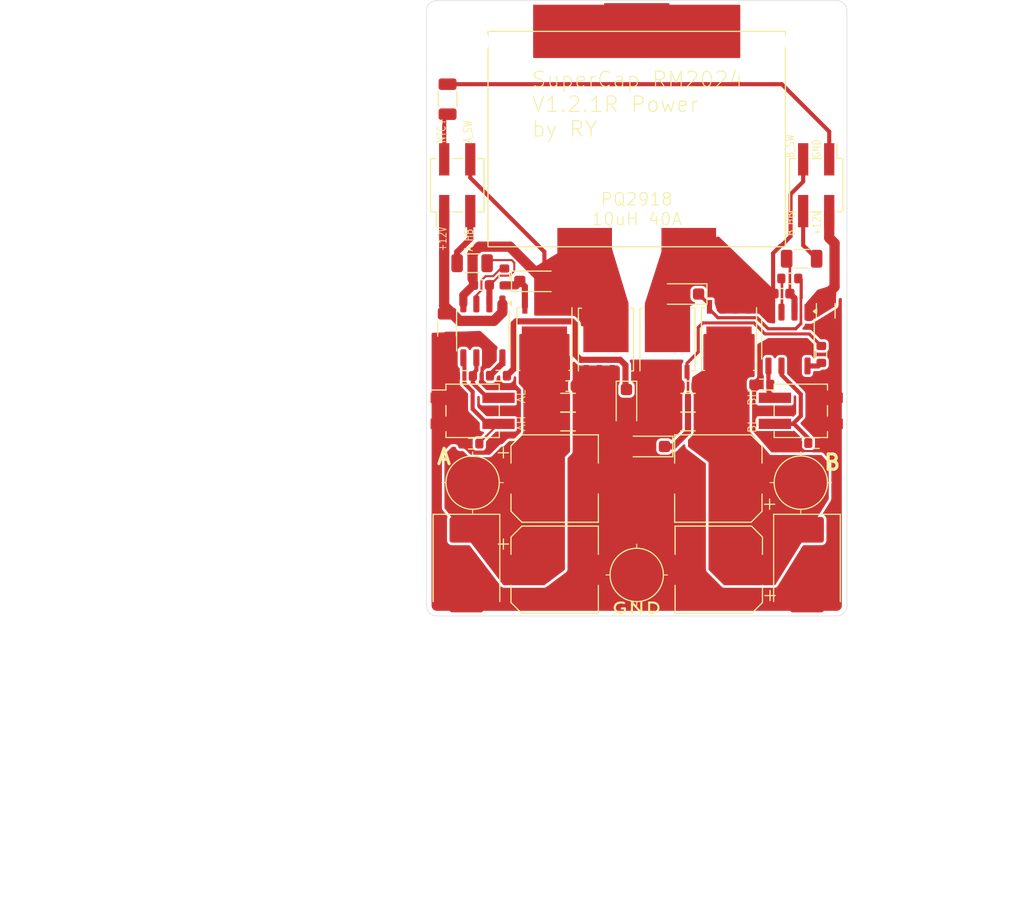
<source format=kicad_pcb>
(kicad_pcb (version 20240108) (generator "pcbnew") (generator_version "8.0")
  (layers (0 "F.Cu" signal) (31 "B.Cu" signal) (34 "B.Paste" user) (35 "F.Paste" user) (36 "B.SilkS" user "B.Silkscreen") (37 "F.SilkS" user "F.Silkscreen") (38 "B.Mask" user) (39 "F.Mask" user) (44 "Edge.Cuts" user))
  (net 0 "")
  (net 1 "/A_SW")
  (net 2 "Net-(U1-HB)")
  (net 3 "GND")
  (net 4 "A_POWER")
  (net 5 "B_POWER")
  (net 6 "+12V")
  (net 7 "Net-(U2-HB)")
  (net 8 "/B_SW")
  (net 9 "/A_HG")
  (net 10 "/B_HG")
  (net 11 "/A_LG")
  (net 12 "/B_LG")
  (net 13 "/A_LI")
  (net 14 "/A_HI")
  (net 15 "/B_HI")
  (net 16 "/B_LI")
  (net 17 "/A_HB")
  (net 18 "/B_HB")
  (net 19 "NTC")
  (net 20 "GND1")
  (net 21 "Net-(U1-HO)")
  (net 22 "Net-(U1-LO)")
  (net 23 "Net-(U2-HO)")
  (net 24 "Net-(U2-LO)")
  (net 25 "GND2")
  (footprint "Capacitor_SMD:C_1206_3216Metric" (layer "F.Cu") (at 190.00695 100.207596)
    (property "Reference" "C12" (hide yes))
    (property "Value" "10u")
    (pad "1" smd roundrect (at -1.475 0) (size 1.15 1.8) (layers "F.Cu" "F.Paste" "F.Mask") (roundrect_rratio 0.217391) (net 3 "GND"))
    (pad "2" smd roundrect (at 1.475 0) (size 1.15 1.8) (layers "F.Cu" "F.Paste" "F.Mask") (roundrect_rratio 0.217391) (net 5 "B_POWER"))
  )
  (footprint "Resistor_SMD:R_0603_1608Metric" (layer "F.Cu") (at 199.924536 88.094533)
    (property "Reference" "R5" (hide yes))
    (property "Value" "3.3r")
    (pad "1" smd roundrect (at -0.825 0) (size 0.8 0.95) (layers "F.Cu" "F.Paste" "F.Mask") (net 23 "Net-(U2-HO)"))
    (pad "2" smd roundrect (at 0.825 0) (size 0.8 0.95) (layers "F.Cu" "F.Paste" "F.Mask") (net 10 "/B_HG"))
  )
  (footprint "Resistor_SMD:R_0603_1608Metric" (layer "F.Cu") (at 203 95.5 90)
    (property "Reference" "R6" (hide yes))
    (property "Value" "3.3r")
    (pad "1" smd roundrect (at -0.825 0 90) (size 0.8 0.95) (layers "F.Cu" "F.Paste" "F.Mask") (net 24 "Net-(U2-LO)"))
    (pad "2" smd roundrect (at 0.825 0 90) (size 0.8 0.95) (layers "F.Cu" "F.Paste" "F.Mask") (net 12 "/B_LG"))
  )
  (footprint "Diode_SMD:D_SOD-123F" (layer "F.Cu") (at 184 100.321761 -90)
    (property "Reference" "D5" (hide yes))
    (property "Value" "SMF10A")
    (pad "1" smd roundrect (at -1.4 0 270) (size 1.1 1.1) (layers "F.Cu" "F.Paste" "F.Mask") (roundrect_rratio 0.2272727273) (net 11 "/A_LG"))
    (pad "2" smd roundrect (at 1.4 0 270) (size 1.1 1.1) (layers "F.Cu" "F.Paste" "F.Mask") (roundrect_rratio 0.2272727273) (net 3 "GND"))
  )
  (footprint "Capacitor_SMD:C_0603_1608Metric" (layer "F.Cu") (at 199.161858 89.571205 180)
    (property "Reference" "C13" (hide yes))
    (property "Value" "10u")
    (pad "1" smd roundrect (at -0.775 0 180) (size 0.9 0.95) (layers "F.Cu" "F.Paste" "F.Mask") (net 7 "Net-(U2-HB)"))
    (pad "2" smd roundrect (at 0.775 0 180) (size 0.9 0.95) (layers "F.Cu" "F.Paste" "F.Mask") (net 8 "/B_SW"))
  )
  (footprint "Connector_PinHeader_2.54mm:PinHeader_2x02_P2.54mm_Vertical_SMD" (layer "F.Cu") (at 167.5 79 90)
    (property "Reference" "J1" (hide yes))
    (property "Value" "Conn_02x02_Odd_Even")
    (pad "1" smd rect (at -2.525 -1.27 90) (size 3.15 1) (layers "F.Cu" "F.Paste" "F.Mask") (net 6 "+12V"))
    (pad "2" smd rect (at 2.525 -1.27 90) (size 3.15 1) (layers "F.Cu" "F.Paste" "F.Mask") (net 19 "NTC"))
    (pad "3" smd rect (at -2.525 1.27 90) (size 3.15 1) (layers "F.Cu" "F.Paste" "F.Mask") (net 17 "/A_HB"))
    (pad "4" smd rect (at 2.525 1.27 90) (size 3.15 1) (layers "F.Cu" "F.Paste" "F.Mask") (net 1 "/A_SW"))
  )
  (footprint "Capacitor_SMD:C_0603_1608Metric" (layer "F.Cu") (at 178.233187 98.586719 180)
    (property "Reference" "C7" (hide yes))
    (property "Value" "100n")
    (pad "1" smd roundrect (at -0.775 0 180) (size 0.9 0.95) (layers "F.Cu" "F.Paste" "F.Mask") (net 3 "GND"))
    (pad "2" smd roundrect (at 0.775 0 180) (size 0.9 0.95) (layers "F.Cu" "F.Paste" "F.Mask") (net 4 "A_POWER"))
  )
  (footprint "Capacitor_SMD:C_1206_3216Metric" (layer "F.Cu") (at 203.431917 91.250316 -90)
    (property "Reference" "C14" (hide yes))
    (property "Value" "10u")
    (pad "1" smd roundrect (at -1.475 0 270) (size 1.15 1.8) (layers "F.Cu" "F.Paste" "F.Mask") (roundrect_rratio 0.217391) (net 6 "+12V"))
    (pad "2" smd roundrect (at 1.475 0 270) (size 1.15 1.8) (layers "F.Cu" "F.Paste" "F.Mask") (roundrect_rratio 0.217391) (net 3 "GND"))
  )
  (footprint "Resistor_SMD:R_0603_1608Metric" (layer "F.Cu") (at 171.517906 97.574167)
    (property "Reference" "R4" (hide yes))
    (property "Value" "3.3r")
    (pad "1" smd roundrect (at -0.825 0) (size 0.8 0.95) (layers "F.Cu" "F.Paste" "F.Mask") (net 22 "Net-(U1-LO)"))
    (pad "2" smd roundrect (at 0.825 0) (size 0.8 0.95) (layers "F.Cu" "F.Paste" "F.Mask") (net 11 "/A_LG"))
  )
  (footprint "Capacitor_SMD:C_0603_1608Metric" (layer "F.Cu") (at 190 98.6)
    (property "Reference" "C8" (hide yes))
    (property "Value" "100n")
    (pad "1" smd roundrect (at -0.775 0) (size 0.9 0.95) (layers "F.Cu" "F.Paste" "F.Mask") (net 3 "GND"))
    (pad "2" smd roundrect (at 0.775 0) (size 0.9 0.95) (layers "F.Cu" "F.Paste" "F.Mask") (net 5 "B_POWER"))
  )
  (footprint "Resistor_SMD:R_1206_3216Metric" (layer "F.Cu") (at 168.951373 86.605222 180)
    (property "Reference" "R1" (hide yes))
    (property "Value" "120r")
    (pad "1" smd roundrect (at -1.4625 0 180) (size 1.125 1.75) (layers "F.Cu" "F.Paste" "F.Mask") (roundrect_rratio 0.222222) (net 2 "Net-(U1-HB)"))
    (pad "2" smd roundrect (at 1.4625 0 180) (size 1.125 1.75) (layers "F.Cu" "F.Paste" "F.Mask") (roundrect_rratio 0.222222) (net 17 "/A_HB"))
  )
  (footprint "Package_SO:SOP-8_3.9x4.9mm_P1.27mm" (layer "F.Cu") (at 170 93.199999 -90)
    (property "Reference" "U1" (hide yes))
    (property "Value" "UCC27201ADR")
    (pad "1" smd roundrect (at -2.625 -1.905 270) (size 1.65 0.6) (layers "F.Cu" "F.Paste" "F.Mask") (net 6 "+12V"))
    (pad "2" smd roundrect (at -2.625 -0.635 270) (size 1.65 0.6) (layers "F.Cu" "F.Paste" "F.Mask") (net 2 "Net-(U1-HB)"))
    (pad "3" smd roundrect (at -2.625 0.635 270) (size 1.65 0.6) (layers "F.Cu" "F.Paste" "F.Mask") (net 21 "Net-(U1-HO)"))
    (pad "4" smd roundrect (at -2.625 1.905 270) (size 1.65 0.6) (layers "F.Cu" "F.Paste" "F.Mask") (net 1 "/A_SW"))
    (pad "5" smd roundrect (at 2.625 1.905 270) (size 1.65 0.6) (layers "F.Cu" "F.Paste" "F.Mask") (net 14 "/A_HI"))
    (pad "6" smd roundrect (at 2.625 0.635 270) (size 1.65 0.6) (layers "F.Cu" "F.Paste" "F.Mask") (net 13 "/A_LI"))
    (pad "7" smd roundrect (at 2.625 -0.635 270) (size 1.65 0.6) (layers "F.Cu" "F.Paste" "F.Mask") (net 3 "GND"))
    (pad "8" smd roundrect (at 2.625 -1.905 270) (size 1.65 0.6) (layers "F.Cu" "F.Paste" "F.Mask") (net 22 "Net-(U1-LO)"))
  )
  (footprint "MountingHole:MountingHole_3.2mm_M3" (layer "F.Cu") (at 201 65)
    (property "Reference" "H2" (hide yes))
    (property "Value" "MountingHole")
    (pad "" np_thru_hole circle (at 0 0) (size 3.2 3.2) (drill 3.2) (layers "*.Cu" "*.Mask"))
  )
  (footprint "Diode_SMD:D_SOD-123F" (layer "F.Cu") (at 186.307765 104.475143 180)
    (property "Reference" "D6" (hide yes))
    (property "Value" "SMF10A")
    (pad "1" smd roundrect (at -1.4 0 180) (size 1.1 1.1) (layers "F.Cu" "F.Paste" "F.Mask") (roundrect_rratio 0.2272727273) (net 12 "/B_LG"))
    (pad "2" smd roundrect (at 1.4 0 180) (size 1.1 1.1) (layers "F.Cu" "F.Paste" "F.Mask") (roundrect_rratio 0.2272727273) (net 3 "GND"))
  )
  (footprint "Capacitor_SMD:CP_Elec_8x10" (layer "F.Cu") (at 192.9575 107.6 180)
    (property "Reference" "C3" (hide yes))
    (property "Value" "220u")
    (pad "1" smd roundrect (at -3.25 0 180) (size 3.5 2.5) (layers "F.Cu" "F.Paste" "F.Mask") (roundrect_rratio 0.1) (net 5 "B_POWER"))
    (pad "2" smd roundrect (at 3.25 0 180) (size 3.5 2.5) (layers "F.Cu" "F.Paste" "F.Mask") (roundrect_rratio 0.1) (net 3 "GND"))
  )
  (footprint "MountingHole:MountingHole_3.2mm_M3" (layer "F.Cu") (at 169 65)
    (property "Reference" "H5" (hide yes))
    (property "Value" "MountingHole")
    (pad "" np_thru_hole circle (at 0 0) (size 3.2 3.2) (drill 3.2) (layers "*.Cu" "*.Mask"))
  )
  (footprint "Diode_SMD:D_SMC" (layer "F.Cu") (at 168.4 116 -90)
    (property "Reference" "D1" (hide yes))
    (property "Value" "TVS")
    (pad "1" smd roundrect (at -3.4 0) (size 3.3 2.5) (layers "F.Cu" "F.Paste" "F.Mask") (roundrect_rratio 0.1) (net 4 "A_POWER"))
    (pad "2" smd roundrect (at 3.4 0) (size 3.3 2.5) (layers "F.Cu" "F.Paste" "F.Mask") (roundrect_rratio 0.1) (net 3 "GND"))
  )
  (footprint "Resistor_SMD:R_0603_1608Metric" (layer "F.Cu") (at 202.555959 104.143563)
    (property "Reference" "R10" (hide yes))
    (property "Value" "10k")
    (pad "1" smd roundrect (at -0.825 0) (size 0.8 0.95) (layers "F.Cu" "F.Paste" "F.Mask") (net 16 "/B_LI"))
    (pad "2" smd roundrect (at 0.825 0) (size 0.8 0.95) (layers "F.Cu" "F.Paste" "F.Mask") (net 3 "GND"))
  )
  (footprint "0_RM2024_HandSolder:TDSON-8-1_HandSolder" (layer "F.Cu") (at 176 94 -90)
    (property "Reference" "Q1" (hide yes))
    (property "Value" "BSC070N10NS3G")
    (pad "1" smd rect (at -3.1425 -1.905 270) (size 1.335 0.5) (layers "F.Cu" "F.Paste" "F.Mask") (net 1 "/A_SW"))
    (pad "2" smd rect (at -3.1425 -0.635 270) (size 1.335 0.5) (layers "F.Cu" "F.Paste" "F.Mask") (net 1 "/A_SW"))
    (pad "3" smd rect (at -3.1425 0.635 270) (size 1.335 0.5) (layers "F.Cu" "F.Paste" "F.Mask") (net 1 "/A_SW"))
    (pad "4" smd rect (at -3.1425 1.905 270) (size 1.335 0.5) (layers "F.Cu" "F.Paste" "F.Mask") (net 9 "/A_HG"))
    (pad "5" smd rect (at 1.05 0 270) (size 4.55 4.41) (layers "F.Cu") (net 4 "A_POWER"))
  )
  (footprint "Diode_SMD:D_SMC" (layer "F.Cu") (at 201.6 116 -90)
    (property "Reference" "D2" (hide yes))
    (property "Value" "TVS")
    (pad "1" smd roundrect (at -3.4 0) (size 3.3 2.5) (layers "F.Cu" "F.Paste" "F.Mask") (roundrect_rratio 0.1) (net 5 "B_POWER"))
    (pad "2" smd roundrect (at 3.4 0) (size 3.3 2.5) (layers "F.Cu" "F.Paste" "F.Mask") (roundrect_rratio 0.1) (net 3 "GND"))
  )
  (footprint "Connector_PinHeader_2.54mm:PinHeader_2x02_P2.54mm_Vertical_SMD" (layer "F.Cu") (at 169 101)
    (property "Reference" "J3" (hide yes))
    (property "Value" "Conn_02x02_Odd_Even")
    (pad "1" smd rect (at -2.525 -1.27) (size 3.15 1) (layers "F.Cu" "F.Paste" "F.Mask") (net 3 "GND"))
    (pad "2" smd rect (at 2.525 -1.27) (size 3.15 1) (layers "F.Cu" "F.Paste" "F.Mask") (net 13 "/A_LI"))
    (pad "3" smd rect (at -2.525 1.27) (size 3.15 1) (layers "F.Cu" "F.Paste" "F.Mask") (net 3 "GND"))
    (pad "4" smd rect (at 2.525 1.27) (size 3.15 1) (layers "F.Cu" "F.Paste" "F.Mask") (net 14 "/A_HI"))
  )
  (footprint "Capacitor_SMD:CP_Elec_8x10" (layer "F.Cu") (at 177 116.5)
    (property "Reference" "C5" (hide yes))
    (property "Value" "220u")
    (pad "1" smd roundrect (at -3.25 0) (size 3.5 2.5) (layers "F.Cu" "F.Paste" "F.Mask") (roundrect_rratio 0.1) (net 4 "A_POWER"))
    (pad "2" smd roundrect (at 3.25 0) (size 3.5 2.5) (layers "F.Cu" "F.Paste" "F.Mask") (roundrect_rratio 0.1) (net 3 "GND"))
  )
  (footprint "TestPoint:TestPoint_Pad_D4.0mm" (layer "F.Cu") (at 169 108)
    (property "Reference" "H3" (hide yes))
    (property "Value" "A")
    (pad "1" smd circle (at 0 0) (size 5 5) (layers "F.Cu" "F.Mask") (net 4 "A_POWER"))
  )
  (footprint "Diode_SMD:D_SOD-123F" (layer "F.Cu") (at 175 88.372771)
    (property "Reference" "D3" (hide yes))
    (property "Value" "SMF10A")
    (pad "1" smd roundrect (at -1.4 0) (size 1.1 1.1) (layers "F.Cu" "F.Paste" "F.Mask") (roundrect_rratio 0.2272727273) (net 9 "/A_HG"))
    (pad "2" smd roundrect (at 1.4 0) (size 1.1 1.1) (layers "F.Cu" "F.Paste" "F.Mask") (roundrect_rratio 0.2272727273) (net 1 "/A_SW"))
  )
  (footprint "Resistor_SMD:R_0603_1608Metric" (layer "F.Cu") (at 197.204472 98.434149 180)
    (property "Reference" "R9" (hide yes))
    (property "Value" "10k")
    (pad "1" smd roundrect (at -0.825 0 180) (size 0.8 0.95) (layers "F.Cu" "F.Paste" "F.Mask") (net 15 "/B_HI"))
    (pad "2" smd roundrect (at 0.825 0 180) (size 0.8 0.95) (layers "F.Cu" "F.Paste" "F.Mask") (net 3 "GND"))
  )
  (footprint "0_RM2024_HandSolder:TDSON-8-1_HandSolder" (layer "F.Cu") (at 188 94.05 90)
    (property "Reference" "Q4" (hide yes))
    (property "Value" "BSC070N10NS3G")
    (pad "1" smd rect (at -3.1425 -1.905 90) (size 1.335 0.5) (layers "F.Cu" "F.Paste" "F.Mask") (net 3 "GND"))
    (pad "2" smd rect (at -3.1425 -0.635 90) (size 1.335 0.5) (layers "F.Cu" "F.Paste" "F.Mask") (net 3 "GND"))
    (pad "3" smd rect (at -3.1425 0.635 90) (size 1.335 0.5) (layers "F.Cu" "F.Paste" "F.Mask") (net 3 "GND"))
    (pad "4" smd rect (at -3.1425 1.905 90) (size 1.335 0.5) (layers "F.Cu" "F.Paste" "F.Mask") (net 12 "/B_LG"))
    (pad "5" smd rect (at 1.05 0 90) (size 4.55 4.41) (layers "F.Cu") (net 8 "/B_SW"))
  )
  (footprint "Resistor_SMD:R_0603_1608Metric" (layer "F.Cu") (at 172.10111 87.944976 -90)
    (property "Reference" "R3" (hide yes))
    (property "Value" "3.3r")
    (pad "1" smd roundrect (at -0.825 0 270) (size 0.8 0.95) (layers "F.Cu" "F.Paste" "F.Mask") (net 21 "Net-(U1-HO)"))
    (pad "2" smd roundrect (at 0.825 0 270) (size 0.8 0.95) (layers "F.Cu" "F.Paste" "F.Mask") (net 9 "/A_HG"))
  )
  (footprint "Capacitor_SMD:CP_Elec_8x10" (layer "F.Cu") (at 177 107.6)
    (property "Reference" "C2" (hide yes))
    (property "Value" "220u")
    (pad "1" smd roundrect (at -3.25 0) (size 3.5 2.5) (layers "F.Cu" "F.Paste" "F.Mask") (roundrect_rratio 0.1) (net 4 "A_POWER"))
    (pad "2" smd roundrect (at 3.25 0) (size 3.5 2.5) (layers "F.Cu" "F.Paste" "F.Mask") (roundrect_rratio 0.1) (net 3 "GND"))
  )
  (footprint "Resistor_SMD:R_0603_1608Metric" (layer "F.Cu") (at 168.829945 104.19878 180)
    (property "Reference" "R8" (hide yes))
    (property "Value" "10k")
    (pad "1" smd roundrect (at -0.825 0 180) (size 0.8 0.95) (layers "F.Cu" "F.Paste" "F.Mask") (net 14 "/A_HI"))
    (pad "2" smd roundrect (at 0.825 0 180) (size 0.8 0.95) (layers "F.Cu" "F.Paste" "F.Mask") (net 3 "GND"))
  )
  (footprint "Resistor_SMD:R_1206_3216Metric" (layer "F.Cu") (at 166.556596 70.611391 90)
    (property "Reference" "TH1" (hide yes))
    (property "Value" "10k NTC")
    (pad "1" smd roundrect (at -1.4625 0 90) (size 1.125 1.75) (layers "F.Cu" "F.Paste" "F.Mask") (roundrect_rratio 0.222222) (net 19 "NTC"))
    (pad "2" smd roundrect (at 1.4625 0 90) (size 1.125 1.75) (layers "F.Cu" "F.Paste" "F.Mask") (roundrect_rratio 0.222222) (net 25 "GND2"))
  )
  (footprint "TestPoint:TestPoint_Pad_D4.0mm" (layer "F.Cu") (at 185 117)
    (property "Reference" "H1" (hide yes))
    (property "Value" "GND")
    (pad "1" smd circle (at 0 0) (size 5 5) (layers "F.Cu" "F.Mask") (net 3 "GND"))
  )
  (footprint "Resistor_SMD:R_0603_1608Metric" (layer "F.Cu") (at 168.2 97.6 180)
    (property "Reference" "R7" (hide yes))
    (property "Value" "10k")
    (pad "1" smd roundrect (at -0.825 0 180) (size 0.8 0.95) (layers "F.Cu" "F.Paste" "F.Mask") (net 13 "/A_LI"))
    (pad "2" smd roundrect (at 0.825 0 180) (size 0.8 0.95) (layers "F.Cu" "F.Paste" "F.Mask") (net 3 "GND"))
  )
  (footprint "Capacitor_SMD:C_1206_3216Metric" (layer "F.Cu") (at 166.5 93 -90)
    (property "Reference" "C4" (hide yes))
    (property "Value" "10u")
    (pad "1" smd roundrect (at -1.475 0 270) (size 1.15 1.8) (layers "F.Cu" "F.Paste" "F.Mask") (roundrect_rratio 0.217391) (net 6 "+12V"))
    (pad "2" smd roundrect (at 1.475 0 270) (size 1.15 1.8) (layers "F.Cu" "F.Paste" "F.Mask") (roundrect_rratio 0.217391) (net 3 "GND"))
  )
  (footprint "TestPoint:TestPoint_Pad_D4.0mm" (layer "F.Cu") (at 201 108)
    (property "Reference" "H4" (hide yes))
    (property "Value" "B")
    (pad "1" smd circle (at 0 0) (size 5 5) (layers "F.Cu" "F.Mask") (net 5 "B_POWER"))
  )
  (footprint "0_RM2024_HandSolder:TDSON-8-1_HandSolder" (layer "F.Cu") (at 194 94 -90)
    (property "Reference" "Q2" (hide yes))
    (property "Value" "BSC070N10NS3G")
    (pad "1" smd rect (at -3.1425 -1.905 270) (size 1.335 0.5) (layers "F.Cu" "F.Paste" "F.Mask") (net 8 "/B_SW"))
    (pad "2" smd rect (at -3.1425 -0.635 270) (size 1.335 0.5) (layers "F.Cu" "F.Paste" "F.Mask") (net 8 "/B_SW"))
    (pad "3" smd rect (at -3.1425 0.635 270) (size 1.335 0.5) (layers "F.Cu" "F.Paste" "F.Mask") (net 8 "/B_SW"))
    (pad "4" smd rect (at -3.1425 1.905 270) (size 1.335 0.5) (layers "F.Cu" "F.Paste" "F.Mask") (net 10 "/B_HG"))
    (pad "5" smd rect (at 1.05 0 270) (size 4.55 4.41) (layers "F.Cu") (net 5 "B_POWER"))
  )
  (footprint "0_RM2024:PQ2617BHA" (layer "F.Cu") (at 185 75)
    (property "Reference" "L1" (hide yes))
    (property "Value" "10u 40A" (hide yes))
    (pad "1" smd rect (at -5.075 10.5595) (size 5.33 4.789) (layers "F.Cu" "F.Paste" "F.Mask") (net 1 "/A_SW"))
    (pad "2" smd rect (at 5.075 10.5595) (size 5.33 4.789) (layers "F.Cu" "F.Paste" "F.Mask") (net 8 "/B_SW"))
    (pad "3" smd rect (at 0 -11.114 90) (size 5.28 6.35) (layers "F.Cu" "F.Paste" "F.Mask") (net 20 "GND1"))
  )
  (footprint "Capacitor_SMD:C_1206_3216Metric" (layer "F.Cu") (at 178.3 102.045622 180)
    (property "Reference" "C9" (hide yes))
    (property "Value" "10u")
    (pad "1" smd roundrect (at -1.475 0 180) (size 1.15 1.8) (layers "F.Cu" "F.Paste" "F.Mask") (roundrect_rratio 0.217391) (net 3 "GND"))
    (pad "2" smd roundrect (at 1.475 0 180) (size 1.15 1.8) (layers "F.Cu" "F.Paste" "F.Mask") (roundrect_rratio 0.217391) (net 4 "A_POWER"))
  )
  (footprint "0_RM2024_HandSolder:TDSON-8-1_HandSolder" (layer "F.Cu") (at 182 94.05 90)
    (property "Reference" "Q3" (hide yes))
    (property "Value" "BSC070N10NS3G")
    (pad "1" smd rect (at -3.1425 -1.905 90) (size 1.335 0.5) (layers "F.Cu" "F.Paste" "F.Mask") (net 3 "GND"))
    (pad "2" smd rect (at -3.1425 -0.635 90) (size 1.335 0.5) (layers "F.Cu" "F.Paste" "F.Mask") (net 3 "GND"))
    (pad "3" smd rect (at -3.1425 0.635 90) (size 1.335 0.5) (layers "F.Cu" "F.Paste" "F.Mask") (net 3 "GND"))
    (pad "4" smd rect (at -3.1425 1.905 90) (size 1.335 0.5) (layers "F.Cu" "F.Paste" "F.Mask") (net 11 "/A_LG"))
    (pad "5" smd rect (at 1.05 0 90) (size 4.55 4.41) (layers "F.Cu") (net 1 "/A_SW"))
  )
  (footprint "Capacitor_SMD:CP_Elec_8x10" (layer "F.Cu") (at 193 116.5 180)
    (property "Reference" "C6" (hide yes))
    (property "Value" "220u")
    (pad "1" smd roundrect (at -3.25 0 180) (size 3.5 2.5) (layers "F.Cu" "F.Paste" "F.Mask") (roundrect_rratio 0.1) (net 5 "B_POWER"))
    (pad "2" smd roundrect (at 3.25 0 180) (size 3.5 2.5) (layers "F.Cu" "F.Paste" "F.Mask") (roundrect_rratio 0.1) (net 3 "GND"))
  )
  (footprint "Package_SO:SOP-8_3.9x4.9mm_P1.27mm" (layer "F.Cu") (at 199.75 94 -90)
    (property "Reference" "U2" (hide yes))
    (property "Value" "UCC27201ADR")
    (pad "1" smd roundrect (at -2.625 -1.905 270) (size 1.65 0.6) (layers "F.Cu" "F.Paste" "F.Mask") (net 6 "+12V"))
    (pad "2" smd roundrect (at -2.625 -0.635 270) (size 1.65 0.6) (layers "F.Cu" "F.Paste" "F.Mask") (net 7 "Net-(U2-HB)"))
    (pad "3" smd roundrect (at -2.625 0.635 270) (size 1.65 0.6) (layers "F.Cu" "F.Paste" "F.Mask") (net 23 "Net-(U2-HO)"))
    (pad "4" smd roundrect (at -2.625 1.905 270) (size 1.65 0.6) (layers "F.Cu" "F.Paste" "F.Mask") (net 8 "/B_SW"))
    (pad "5" smd roundrect (at 2.625 1.905 270) (size 1.65 0.6) (layers "F.Cu" "F.Paste" "F.Mask") (net 15 "/B_HI"))
    (pad "6" smd roundrect (at 2.625 0.635 270) (size 1.65 0.6) (layers "F.Cu" "F.Paste" "F.Mask") (net 16 "/B_LI"))
    (pad "7" smd roundrect (at 2.625 -0.635 270) (size 1.65 0.6) (layers "F.Cu" "F.Paste" "F.Mask") (net 3 "GND"))
    (pad "8" smd roundrect (at 2.625 -1.905 270) (size 1.65 0.6) (layers "F.Cu" "F.Paste" "F.Mask") (net 24 "Net-(U2-LO)"))
  )
  (footprint "Capacitor_SMD:C_0603_1608Metric" (layer "F.Cu") (at 169.859928 88.731982 180)
    (property "Reference" "C1" (hide yes))
    (property "Value" "10u")
    (pad "1" smd roundrect (at -0.775 0 180) (size 0.9 0.95) (layers "F.Cu" "F.Paste" "F.Mask") (net 2 "Net-(U1-HB)"))
    (pad "2" smd roundrect (at 0.775 0 180) (size 0.9 0.95) (layers "F.Cu" "F.Paste" "F.Mask") (net 1 "/A_SW"))
  )
  (footprint "Capacitor_SMD:C_1206_3216Metric" (layer "F.Cu") (at 190.002316 102.03614)
    (property "Reference" "C10" (hide yes))
    (property "Value" "10u")
    (pad "1" smd roundrect (at -1.475 0) (size 1.15 1.8) (layers "F.Cu" "F.Paste" "F.Mask") (roundrect_rratio 0.217391) (net 3 "GND"))
    (pad "2" smd roundrect (at 1.475 0) (size 1.15 1.8) (layers "F.Cu" "F.Paste" "F.Mask") (roundrect_rratio 0.217391) (net 5 "B_POWER"))
  )
  (footprint "Connector_PinHeader_2.54mm:PinHeader_2x02_P2.54mm_Vertical_SMD" (layer "F.Cu") (at 201 101)
    (property "Reference" "J4" (hide yes))
    (property "Value" "Conn_02x02_Odd_Even")
    (pad "1" smd rect (at -2.525 -1.27) (size 3.15 1) (layers "F.Cu" "F.Paste" "F.Mask") (net 15 "/B_HI"))
    (pad "2" smd rect (at 2.525 -1.27) (size 3.15 1) (layers "F.Cu" "F.Paste" "F.Mask") (net 3 "GND"))
    (pad "3" smd rect (at -2.525 1.27) (size 3.15 1) (layers "F.Cu" "F.Paste" "F.Mask") (net 16 "/B_LI"))
    (pad "4" smd rect (at 2.525 1.27) (size 3.15 1) (layers "F.Cu" "F.Paste" "F.Mask") (net 3 "GND"))
  )
  (footprint "Connector_PinHeader_2.54mm:PinHeader_2x02_P2.54mm_Vertical_SMD" (layer "F.Cu") (at 202.5 79 -90)
    (property "Reference" "J2" (hide yes))
    (property "Value" "Conn_02x02_Odd_Even")
    (pad "1" smd rect (at -2.525 -1.27 270) (size 3.15 1) (layers "F.Cu" "F.Paste" "F.Mask") (net 25 "GND2"))
    (pad "2" smd rect (at 2.525 -1.27 270) (size 3.15 1) (layers "F.Cu" "F.Paste" "F.Mask") (net 6 "+12V"))
    (pad "3" smd rect (at -2.525 1.27 270) (size 3.15 1) (layers "F.Cu" "F.Paste" "F.Mask") (net 8 "/B_SW"))
    (pad "4" smd rect (at 2.525 1.27 270) (size 3.15 1) (layers "F.Cu" "F.Paste" "F.Mask") (net 18 "/B_HB"))
  )
  (footprint "Capacitor_SMD:C_1206_3216Metric" (layer "F.Cu") (at 178.3 100.2 180)
    (property "Reference" "C11" (hide yes))
    (property "Value" "10u")
    (pad "1" smd roundrect (at -1.475 0 180) (size 1.15 1.8) (layers "F.Cu" "F.Paste" "F.Mask") (roundrect_rratio 0.217391) (net 3 "GND"))
    (pad "2" smd roundrect (at 1.475 0 180) (size 1.15 1.8) (layers "F.Cu" "F.Paste" "F.Mask") (roundrect_rratio 0.217391) (net 4 "A_POWER"))
  )
  (footprint "Resistor_SMD:R_1206_3216Metric" (layer "F.Cu") (at 201.082471 86.172394)
    (property "Reference" "R2" (hide yes))
    (property "Value" "120r")
    (pad "1" smd roundrect (at -1.4625 0) (size 1.125 1.75) (layers "F.Cu" "F.Paste" "F.Mask") (roundrect_rratio 0.222222) (net 7 "Net-(U2-HB)"))
    (pad "2" smd roundrect (at 1.4625 0) (size 1.125 1.75) (layers "F.Cu" "F.Paste" "F.Mask") (roundrect_rratio 0.222222) (net 18 "/B_HB"))
  )
  (footprint "Diode_SMD:D_SOD-123F" (layer "F.Cu") (at 189.635955 89.61031 180)
    (property "Reference" "D4" (hide yes))
    (property "Value" "SMF10A")
    (pad "1" smd roundrect (at -1.399999 0 180) (size 1.1 1.1) (layers "F.Cu" "F.Paste" "F.Mask") (roundrect_rratio 0.2272727273) (net 10 "/B_HG"))
    (pad "2" smd roundrect (at 1.399999 0 180) (size 1.1 1.1) (layers "F.Cu" "F.Paste" "F.Mask") (roundrect_rratio 0.2272727273) (net 8 "/B_SW"))
  )
  (gr_rect (start 175 61.5) (end 195 66.5) (stroke (width 0.2)) (fill solid) (layer "F.Cu") (net 20))
  (gr_line (start 201 110.6) (end 201 111) (stroke (width 0.1)) (layer "F.SilkS"))
  (gr_line (start 187.6 117) (end 188 117) (stroke (width 0.1)) (layer "F.SilkS"))
  (gr_line (start 185 114.4) (end 185 114) (stroke (width 0.1)) (layer "F.SilkS"))
  (gr_line (start 201 105.4) (end 201 105) (stroke (width 0.1)) (layer "F.SilkS"))
  (gr_line (start 182.4 117) (end 182 117) (stroke (width 0.1)) (layer "F.SilkS"))
  (gr_line (start 198.4 108) (end 198 108) (stroke (width 0.1)) (layer "F.SilkS"))
  (gr_line (start 185 119.6) (end 185 120) (stroke (width 0.1)) (layer "F.SilkS"))
  (gr_line (start 171.6 108) (end 172 108) (stroke (width 0.1)) (layer "F.SilkS"))
  (gr_line (start 169 105.4) (end 169 105) (stroke (width 0.1)) (layer "F.SilkS"))
  (gr_line (start 203.6 108) (end 204 108) (stroke (width 0.1)) (layer "F.SilkS"))
  (gr_line (start 169 110.6) (end 169 111) (stroke (width 0.1)) (layer "F.SilkS"))
  (gr_line (start 166.4 108) (end 166 108) (stroke (width 0.1)) (layer "F.SilkS"))
  (gr_line (start 204.5 121) (end 165.5 121) (stroke (width 0.05)) (layer "Edge.Cuts"))
  (gr_arc (start 205.5 120) (mid 205.207107 120.707107) (end 204.5 121) (stroke (width 0.05)) (layer "Edge.Cuts"))
  (gr_line (start 164.5 120) (end 164.5 62) (stroke (width 0.05)) (layer "Edge.Cuts"))
  (gr_arc (start 165.5 121) (mid 164.792893 120.707107) (end 164.5 120) (stroke (width 0.05)) (layer "Edge.Cuts"))
  (gr_line (start 165.5 61) (end 204.5 61) (stroke (width 0.05)) (layer "Edge.Cuts"))
  (gr_arc (start 204.5 61) (mid 205.207107 61.292893) (end 205.5 62) (stroke (width 0.05)) (layer "Edge.Cuts"))
  (gr_arc (start 164.5 62) (mid 164.792893 61.292893) (end 165.5 61) (stroke (width 0.05)) (layer "Edge.Cuts"))
  (gr_line (start 205.5 62) (end 205.5 120) (stroke (width 0.05)) (layer "Edge.Cuts"))
  (gr_text "BL  BH" (at 196.73191 103.228861 90) (layer "F.SilkS") (effects (font (size 0.8 0.8) (thickness 0.08)) (justify left bottom)))
  (gr_text "B" (at 203.113405 106.900609 0) (layer "F.SilkS") (effects (font (size 1.5 1.5) (thickness 0.3) (bold yes)) (justify left bottom)))
  (gr_text "GND" (at 184.992637 120.823938 0) (layer "F.SilkS") (effects (font (size 1 1.6) (thickness 0.2) (bold yes)) (justify bottom)))
  (gr_text "+12V\n\nA_HB" (at 169.09 85.5 90) (layer "F.SilkS") (effects (font (size 0.8 0.6) (thickness 0.08)) (justify left bottom)))
  (gr_text "AH  AL" (at 174.210904 103.05501 90) (layer "F.SilkS") (effects (font (size 0.8 0.8) (thickness 0.08)) (justify left bottom)))
  (gr_text "B_SW\n\nGND" (at 203.01 76.4 90) (layer "F.SilkS") (effects (font (size 0.8 0.6) (thickness 0.08)) (justify left bottom)))
  (gr_text "NTC+\n\nA_SW" (at 169 74.935003 90) (layer "F.SilkS") (effects (font (size 0.8 0.6) (thickness 0.08)) (justify left bottom)))
  (gr_text "B_HB\n\n+12V\n" (at 203.0294 84 90) (layer "F.SilkS") (effects (font (size 0.8 0.6) (thickness 0.08)) (justify left bottom)))
  (gr_text "A" (at 165.369984 106.353963 0) (layer "F.SilkS") (effects (font (size 1.5 1.5) (thickness 0.3) (bold yes)) (justify left bottom)))
  (gr_text "SuperCap RM2024\nV1.2.1R Power\nby RY" (at 174.7 74.4 0) (layer "F.SilkS") (effects (font (size 1.5 1.5) (thickness 0.1)) (justify left bottom)))
  (gr_text "PQ2918\n10uH 40A" (at 185 83 0) (layer "F.SilkS") (effects (font (size 1.2 1.2) (thickness 0.1)) (justify bottom)))
  (segment (start 168.095 89.72191) (end 168.095 90.574999) (width 0.8) (layer "F.Cu") (net 1))
  (segment (start 168.77 78.27) (end 176 85.5) (width 0.4) (layer "F.Cu") (net 1))
  (segment (start 177.512229 88.372771) (end 176.4 88.372771) (width 0.8) (layer "F.Cu") (net 1))
  (segment (start 168.99363 88.10137) (end 168.99363 85.657293) (width 1) (layer "F.Cu") (net 1))
  (segment (start 168.99363 85.657293) (end 169.659816 84.991107) (width 1) (layer "F.Cu") (net 1))
  (segment (start 169.084928 88.731982) (end 168.095 89.72191) (width 0.8) (layer "F.Cu") (net 1))
  (segment (start 169.659816 84.991107) (end 172.622478 84.991107) (width 1) (layer "F.Cu") (net 1))
  (segment (start 176.004142 88.372771) (end 176.4 88.372771) (width 1) (layer "F.Cu") (net 1))
  (segment (start 179.925 85.96) (end 177.512229 88.372771) (width 0.8) (layer "F.Cu") (net 1))
  (segment (start 168.77 76.475) (end 168.77 78.27) (width 0.4) (layer "F.Cu") (net 1))
  (segment (start 168.99363 88.10137) (end 169.084928 88.192668) (width 0.8) (layer "F.Cu") (net 1))
  (segment (start 176 87.972771) (end 176.4 88.372771) (width 0.4) (layer "F.Cu") (net 1))
  (segment (start 176 85.5) (end 176 87.972771) (width 0.4) (layer "F.Cu") (net 1))
  (segment (start 172.622478 84.991107) (end 176.004142 88.372771) (width 1) (layer "F.Cu") (net 1))
  (segment (start 169.084928 88.192668) (end 169.084928 88.731982) (width 0.8) (layer "F.Cu") (net 1))
  (segment (start 170.635 88.892904) (end 170.775 88.752904) (width 0.6) (layer "F.Cu") (net 2))
  (segment (start 172.804307 86.304307) (end 170.658193 86.304307) (width 0.2) (layer "F.Cu") (net 2))
  (segment (start 173.063378 87.345356) (end 173.063378 86.563378) (width 0.2) (layer "F.Cu") (net 2))
  (segment (start 172.588758 87.819976) (end 173.063378 87.345356) (width 0.2) (layer "F.Cu") (net 2))
  (segment (start 171.076456 88.356982) (end 171.613462 87.819976) (width 0.2) (layer "F.Cu") (net 2))
  (segment (start 170.635 90.574999) (end 170.635 88.892904) (width 0.6) (layer "F.Cu") (net 2))
  (segment (start 170.634928 88.356982) (end 171.076456 88.356982) (width 0.2) (layer "F.Cu") (net 2))
  (segment (start 173.063378 86.563378) (end 172.804307 86.304307) (width 0.2) (layer "F.Cu") (net 2))
  (segment (start 170.634928 88.731982) (end 170.634928 88.356982) (width 0.2) (layer "F.Cu") (net 2))
  (segment (start 170.658193 86.304307) (end 170 86.9625) (width 0.2) (layer "F.Cu") (net 2))
  (segment (start 171.613462 87.819976) (end 172.588758 87.819976) (width 0.2) (layer "F.Cu") (net 2))
  (segment (start 204.4 118.25) (end 204.4 103.145) (width 0.2) (layer "F.Cu") (net 3))
  (segment (start 170.59622 105.07378) (end 168.879945 105.07378) (width 0.4) (layer "F.Cu") (net 3))
  (segment (start 168.879945 105.07378) (end 168.004945 104.19878) (width 0.4) (layer "F.Cu") (net 3))
  (segment (start 169.915 97.333528) (end 169.915 96.811261) (width 0.3) (layer "F.Cu") (net 3))
  (segment (start 203.525 103.999522) (end 203.525 102.27) (width 0.2) (layer "F.Cu") (net 3))
  (segment (start 201.030959 104.030959) (end 201.030959 104.631211) (width 0.2) (layer "F.Cu") (net 3))
  (segment (start 202.605959 104.918563) (end 203.525 103.999522) (width 0.2) (layer "F.Cu") (net 3))
  (segment (start 196.379472 98.434149) (end 196.379472 102.849472) (width 0.2) (layer "F.Cu") (net 3))
  (segment (start 169.892906 98.103237) (end 170.520836 98.731167) (width 0.4) (layer "F.Cu") (net 3))
  (segment (start 201.318311 104.918563) (end 202.605959 104.918563) (width 0.2) (layer "F.Cu") (net 3))
  (segment (start 169.664812 94.029812) (end 170.635 95) (width 0.2) (layer "F.Cu") (net 3))
  (segment (start 201.030959 104.631211) (end 201.318311 104.918563) (width 0.2) (layer "F.Cu") (net 3))
  (segment (start 173.5 103) (end 173 103.5) (width 0.4) (layer "F.Cu") (net 3))
  (segment (start 173 103.5) (end 172.17 103.5) (width 0.4) (layer "F.Cu") (net 3))
  (segment (start 170.520836 98.731167) (end 173.231167 98.731167) (width 0.4) (layer "F.Cu") (net 3))
  (segment (start 166.5 93.775) (end 169.41 93.775) (width 1) (layer "F.Cu") (net 3))
  (segment (start 170.635 96.091261) (end 170.635 95.824999) (width 0.3) (layer "F.Cu") (net 3))
  (segment (start 165.75 116.75) (end 168.4 119.4) (width 0.5) (layer "F.Cu") (net 3))
  (segment (start 173.5 99) (end 173.5 103) (width 0.4) (layer "F.Cu") (net 3))
  (segment (start 204.4 103.145) (end 203.525 102.27) (width 0.2) (layer "F.Cu") (net 3))
  (segment (start 169.892906 97.355622) (end 169.892906 98.103237) (width 0.4) (layer "F.Cu") (net 3))
  (segment (start 166.335388 94.029812) (end 169.664812 94.029812) (width 0.2) (layer "F.Cu") (net 3))
  (segment (start 201.6 119.4) (end 203.25 119.4) (width 0.2) (layer "F.Cu") (net 3))
  (segment (start 200.07 103.07) (end 201.030959 104.030959) (width 0.2) (layer "F.Cu") (net 3))
  (segment (start 166.475 102.27) (end 165.75 102.995) (width 0.5) (layer "F.Cu") (net 3))
  (segment (start 196.379472 102.849472) (end 196.6 103.07) (width 0.2) (layer "F.Cu") (net 3))
  (segment (start 170.635 95) (end 170.635 95.824999) (width 1) (layer "F.Cu") (net 3))
  (segment (start 196.6 103.07) (end 200.07 103.07) (width 0.2) (layer "F.Cu") (net 3))
  (segment (start 173.231167 98.731167) (end 173.5 99) (width 0.4) (layer "F.Cu") (net 3))
  (segment (start 172.17 103.5) (end 170.59622 105.07378) (width 0.4) (layer "F.Cu") (net 3))
  (segment (start 165.75 102.995) (end 165.75 116.75) (width 0.5) (layer "F.Cu") (net 3))
  (segment (start 203.25 119.4) (end 204.4 118.25) (width 0.2) (layer "F.Cu") (net 3))
  (segment (start 169.892906 97.355622) (end 169.915 97.333528) (width 0.3) (layer "F.Cu") (net 3))
  (segment (start 169.915 96.811261) (end 170.635 96.091261) (width 0.3) (layer "F.Cu") (net 3))
  (segment (start 169.41 93.775) (end 170.635 95) (width 1) (layer "F.Cu") (net 3))
  (segment (start 166.23 81.525) (end 166.23 85.576165) (width 1) (layer "F.Cu") (net 6))
  (segment (start 167.713763 92.225) (end 171.079998 92.225) (width 1) (layer "F.Cu") (net 6))
  (segment (start 203.77 81.525) (end 203.77 84.137683) (width 1) (layer "F.Cu") (net 6))
  (segment (start 203.77 84.137683) (end 204.29104 84.658723) (width 1) (layer "F.Cu") (net 6))
  (segment (start 171.905 91.399998) (end 171.905 90.574999) (width 1) (layer "F.Cu") (net 6))
  (segment (start 204.29104 84.658723) (end 204.29104 88.916193) (width 1) (layer "F.Cu") (net 6))
  (segment (start 204.29104 88.916193) (end 203.431917 89.775316) (width 1) (layer "F.Cu") (net 6))
  (segment (start 166.23 85.576165) (end 166.226373 85.579792) (width 1) (layer "F.Cu") (net 6))
  (segment (start 171.079998 92.225) (end 171.905 91.399998) (width 1) (layer "F.Cu") (net 6))
  (segment (start 166.226373 85.579792) (end 166.226373 90.73761) (width 1) (layer "F.Cu") (net 6))
  (segment (start 166.226373 90.73761) (end 167.713763 92.225) (width 1) (layer "F.Cu") (net 6))
  (segment (start 200.385 90.019347) (end 199.936858 89.571205) (width 0.6) (layer "F.Cu") (net 7))
  (segment (start 199.936858 89.571205) (end 199.936858 86.489281) (width 0.25) (layer "F.Cu") (net 7))
  (segment (start 199.936858 86.489281) (end 199.619971 86.172394) (width 0.25) (layer "F.Cu") (net 7))
  (segment (start 200.385 91.375) (end 200.385 90.019347) (width 0.6) (layer "F.Cu") (net 7))
  (segment (start 200 79.88) (end 200 84) (width 0.4) (layer "F.Cu") (net 8))
  (segment (start 198.299536 85.629163) (end 198.299536 89.483883) (width 0.4) (layer "F.Cu") (net 8))
  (segment (start 201.23 76.475) (end 201.23 78.65) (width 0.4) (layer "F.Cu") (net 8))
  (segment (start 198.299536 89.483883) (end 198.386858 89.571205) (width 0.4) (layer "F.Cu") (net 8))
  (segment (start 199.102606 84.897394) (end 199.031305 84.897394) (width 0.4) (layer "F.Cu") (net 8))
  (segment (start 199.031305 84.897394) (end 198.299536 85.629163) (width 0.4) (layer "F.Cu") (net 8))
  (segment (start 201.23 78.65) (end 200 79.88) (width 0.4) (layer "F.Cu") (net 8))
  (segment (start 200 84) (end 199.102606 84.897394) (width 0.4) (layer "F.Cu") (net 8))
  (segment (start 173.202795 88.769976) (end 173.6 88.372771) (width 0.8) (layer "F.Cu") (net 9))
  (segment (start 172.10111 88.769976) (end 173.202795 88.769976) (width 0.8) (layer "F.Cu") (net 9))
  (segment (start 174.095 90.8575) (end 174.095 88.867771) (width 0.6) (layer "F.Cu") (net 9))
  (segment (start 174.095 88.867771) (end 173.6 88.372771) (width 0.6) (layer "F.Cu") (net 9))
  (segment (start 201.01 92.49) (end 201.01 90.03) (width 0.25) (layer "F.Cu") (net 10))
  (segment (start 200.505 92.995) (end 201 92.5) (width 0.31) (layer "F.Cu") (net 10))
  (segment (start 192.095 90.8575) (end 192.095 90.669356) (width 0.31) (layer "F.Cu") (net 10))
  (segment (start 196.905 92.095) (end 197 92.19) (width 0.31) (layer "F.Cu") (net 10))
  (segment (start 196.73 91.92) (end 196.905 92.095) (width 0.31) (layer "F.Cu") (net 10))
  (segment (start 196.905 92.095) (end 197.805 92.995) (width 0.31) (layer "F.Cu") (net 10))
  (segment (start 197.805 92.995) (end 200.5 92.995) (width 0.31) (layer "F.Cu") (net 10))
  (segment (start 192.92 91.92) (end 196.73 91.92) (width 0.31) (layer "F.Cu") (net 10))
  (segment (start 192.095 91.095) (end 192.92 91.92) (width 0.31) (layer "F.Cu") (net 10))
  (segment (start 201.01 90.03) (end 201.04 90) (width 0.25) (layer "F.Cu") (net 10))
  (segment (start 192.095 90.8575) (end 192.095 91.095) (width 0.31) (layer "F.Cu") (net 10))
  (segment (start 200.982387 88.134185) (end 201.04 88.191798) (width 0.31) (layer "F.Cu") (net 10))
  (segment (start 201 92.5) (end 201.01 92.49) (width 0.25) (layer "F.Cu") (net 10))
  (segment (start 192.095 90.669356) (end 191.035954 89.61031) (width 0.31) (layer "F.Cu") (net 10))
  (segment (start 200.5 92.995) (end 200.505 92.995) (width 0.31) (layer "F.Cu") (net 10))
  (segment (start 201.04 88.191798) (end 201.04 90) (width 0.31) (layer "F.Cu") (net 10))
  (segment (start 183.905 96.545) (end 183.905 97.1925) (width 0.6) (layer "F.Cu") (net 11))
  (segment (start 179 95.5) (end 179.525 96.025) (width 0.6) (layer "F.Cu") (net 11))
  (segment (start 179 92.57) (end 179 95.5) (width 0.6) (layer "F.Cu") (net 11))
  (segment (start 183.905 98.826761) (end 184 98.921761) (width 0.6) (layer "F.Cu") (net 11))
  (segment (start 173 96.917073) (end 173 92.5) (width 0.6) (layer "F.Cu") (net 11))
  (segment (start 179.525 96.025) (end 183.385 96.025) (width 0.6) (layer "F.Cu") (net 11))
  (segment (start 183.905 97.1925) (end 183.905 98.826761) (width 0.6) (layer "F.Cu") (net 11))
  (segment (start 183.385 96.025) (end 183.905 96.545) (width 0.6) (layer "F.Cu") (net 11))
  (segment (start 173.225 92.275) (end 178.705 92.275) (width 0.6) (layer "F.Cu") (net 11))
  (segment (start 173 92.5) (end 173.225 92.275) (width 0.6) (layer "F.Cu") (net 11))
  (segment (start 178.705 92.275) (end 179 92.57) (width 0.6) (layer "F.Cu") (net 11))
  (segment (start 172.342906 97.574167) (end 173 96.917073) (width 0.6) (layer "F.Cu") (net 11))
  (segment (start 191 92.87) (end 191 95.262511) (width 0.3) (layer "F.Cu") (net 12))
  (segment (start 203 94.675) (end 201.825 93.5) (width 0.3) (layer "F.Cu") (net 12))
  (segment (start 197.5 93.5) (end 196.425 92.425) (width 0.3) (layer "F.Cu") (net 12))
  (segment (start 190 103.053022) (end 188.577879 104.475143) (width 0.6) (layer "F.Cu") (net 12))
  (segment (start 201.825 93.5) (end 197.5 93.5) (width 0.3) (layer "F.Cu") (net 12))
  (segment (start 191.445 92.425) (end 191 92.87) (width 0.3) (layer "F.Cu") (net 12))
  (segment (start 196.425 92.425) (end 191.445 92.425) (width 0.3) (layer "F.Cu") (net 12))
  (segment (start 189.905 96.357511) (end 189.905 97.1925) (width 0.3) (layer "F.Cu") (net 12))
  (segment (start 188.577879 104.475143) (end 187.707765 104.475143) (width 0.6) (layer "F.Cu") (net 12))
  (segment (start 189.905 97.1925) (end 190 97.2875) (width 0.25) (layer "F.Cu") (net 12))
  (segment (start 190 97.2875) (end 190 99.5) (width 0.25) (layer "F.Cu") (net 12))
  (segment (start 191 95.262511) (end 189.905 96.357511) (width 0.3) (layer "F.Cu") (net 12))
  (segment (start 190 99.5) (end 190 103.053022) (width 0.6) (layer "F.Cu") (net 12))
  (segment (start 169.025 98.305) (end 170.45 99.73) (width 0.4) (layer "F.Cu") (net 13))
  (segment (start 169.365 96.499999) (end 169.365 95.824999) (width 0.2) (layer "F.Cu") (net 13))
  (segment (start 169.365 95.824999) (end 169.365 97.035) (width 0.4) (layer "F.Cu") (net 13))
  (segment (start 169.025 97.375) (end 169.025 98.305) (width 0.4) (layer "F.Cu") (net 13))
  (segment (start 169.365 97.035) (end 169.025 97.375) (width 0.4) (layer "F.Cu") (net 13))
  (segment (start 170.45 99.73) (end 171.525 99.73) (width 0.4) (layer "F.Cu") (net 13))
  (segment (start 168.2 98.328528) (end 168.2 95.929999) (width 0.4) (layer "F.Cu") (net 14))
  (segment (start 168.2 95.929999) (end 168.095 95.824999) (width 0.4) (layer "F.Cu") (net 14))
  (segment (start 171.525 102.27) (end 170.45 102.27) (width 0.4) (layer "F.Cu") (net 14))
  (segment (start 169 99.128528) (end 168.2 98.328528) (width 0.4) (layer "F.Cu") (net 14))
  (segment (start 170.45 102.27) (end 169 100.82) (width 0.4) (layer "F.Cu") (net 14))
  (segment (start 169.654945 104.140055) (end 171.525 102.27) (width 0.2) (layer "F.Cu") (net 14))
  (segment (start 169 100.82) (end 169 99.128528) (width 0.4) (layer "F.Cu") (net 14))
  (segment (start 169.654945 104.19878) (end 169.654945 104.140055) (width 0.2) (layer "F.Cu") (net 14))
  (segment (start 197.845 99.1) (end 198.475 99.73) (width 0.4) (layer "F.Cu") (net 15))
  (segment (start 197.845 98.249677) (end 197.845 96.625) (width 0.4) (layer "F.Cu") (net 15))
  (segment (start 198.029472 98.434149) (end 197.845 98.249677) (width 0.4) (layer "F.Cu") (net 15))
  (segment (start 197.845 96.625) (end 197.845 99.1) (width 0.4) (layer "F.Cu") (net 15))
  (segment (start 201.730959 104.143563) (end 201.730959 103.668563) (width 0.4) (layer "F.Cu") (net 16))
  (segment (start 201.730959 103.668563) (end 200.332396 102.27) (width 0.4) (layer "F.Cu") (net 16))
  (segment (start 199.115 96.625) (end 199.115 97.495) (width 0.4) (layer "F.Cu") (net 16))
  (segment (start 200.332396 102.27) (end 198.475 102.27) (width 0.4) (layer "F.Cu") (net 16))
  (segment (start 201 99.38) (end 201 101.5) (width 0.4) (layer "F.Cu") (net 16))
  (segment (start 201 101.5) (end 200.23 102.27) (width 0.4) (layer "F.Cu") (net 16))
  (segment (start 199.115 97.495) (end 201 99.38) (width 0.4) (layer "F.Cu") (net 16))
  (segment (start 200.23 102.27) (end 198.475 102.27) (width 0.4) (layer "F.Cu") (net 16))
  (segment (start 167.488873 85.511127) (end 168.77 84.23) (width 0.6) (layer "F.Cu") (net 17))
  (segment (start 168.77 84.23) (end 168.77 81.525) (width 0.6) (layer "F.Cu") (net 17))
  (segment (start 167.488873 86.605222) (end 167.488873 85.511127) (width 0.6) (layer "F.Cu") (net 17))
  (segment (start 201.23 84.857423) (end 202.544971 86.172394) (width 0.4) (layer "F.Cu") (net 18))
  (segment (start 201.23 81.525) (end 201.23 84.857423) (width 0.4) (layer "F.Cu") (net 18))
  (segment (start 166.23 76.475) (end 166.23 72.400487) (width 0.4) (layer "F.Cu") (net 19))
  (segment (start 166.23 72.400487) (end 166.556596 72.073891) (width 0.4) (layer "F.Cu") (net 19))
  (segment (start 169.856791 88.286423) (end 169.856791 89.243209) (width 0.2) (layer "F.Cu") (net 21))
  (segment (start 171.747776 87.119976) (end 170.997649 87.870103) (width 0.2) (layer "F.Cu") (net 21))
  (segment (start 169.365 89.735) (end 169.365 90.574999) (width 0.2) (layer "F.Cu") (net 21))
  (segment (start 170.273111 87.870103) (end 169.856791 88.286423) (width 0.2) (layer "F.Cu") (net 21))
  (segment (start 170.997649 87.870103) (end 170.273111 87.870103) (width 0.2) (layer "F.Cu") (net 21))
  (segment (start 172.10111 87.119976) (end 171.747776 87.119976) (width 0.2) (layer "F.Cu") (net 21))
  (segment (start 169.856791 89.243209) (end 169.365 89.735) (width 0.2) (layer "F.Cu") (net 21))
  (segment (start 171.905 95.824999) (end 171.905 96.362073) (width 0.6) (layer "F.Cu") (net 22))
  (segment (start 171.905 96.362073) (end 170.692906 97.574167) (width 0.6) (layer "F.Cu") (net 22))
  (segment (start 199.161858 91.328142) (end 199.115 91.375) (width 0.25) (layer "F.Cu") (net 23))
  (segment (start 199.161858 88.304714) (end 199.161858 91.328142) (width 0.25) (layer "F.Cu") (net 23))
  (segment (start 199.332387 88.134185) (end 199.161858 88.304714) (width 0.25) (layer "F.Cu") (net 23))
  (segment (start 201.905 96.625) (end 202.7 96.625) (width 0.5) (layer "F.Cu") (net 24))
  (segment (start 202.7 96.625) (end 203 96.325) (width 0.5) (layer "F.Cu") (net 24))
  (segment (start 166.556596 69.148891) (end 199.148891 69.148891) (width 0.4) (layer "F.Cu") (net 25))
  (segment (start 199.148891 69.148891) (end 203.77 73.77) (width 0.4) (layer "F.Cu") (net 25))
  (segment (start 203.77 73.77) (end 203.77 76.475) (width 0.4) (layer "F.Cu") (net 25))
  (zone (net 6) (net_name "+12V") (layer "F.Cu") (priority 30) (connect_pads yes (clearance 0.25)) (min_thickness 0.25) (fill yes (thermal_gap 0.5) (thermal_bridge_width 0.5))
    (polygon (pts (xy 202.62698 89.198334) (xy 201.5 90.5) (xy 201.5 92.25) (xy 202 92.25) (xy 204.422102 90.769317) (xy 204.466275 88.619544)))
  )
  (zone (net 4) (net_name "A_POWER") (layer "F.Cu") (priority 4) (connect_pads yes (clearance 0.25)) (min_thickness 0.25) (fill yes (thermal_gap 0.5) (thermal_bridge_width 0.5))
    (polygon (pts (xy 173.5 93.5) (xy 173.5 103) (xy 172 104.5) (xy 167 104.5) (xy 165.5 106) (xy 165.5 109.5) (xy 172 118) (xy 176 118) (xy 178 116.5) (xy 178 105.5) (xy 178.5 105) (xy 178.5 93.5)))
  )
  (zone (net 1) (net_name "/A_SW") (layer "F.Cu") (priority 6) (connect_pads yes (clearance 0.25)) (min_thickness 0.25) (fill yes (thermal_gap 0.5) (thermal_bridge_width 0.5))
    (polygon (pts (xy 184.2 92.8) (xy 184.2 90.5) (xy 182.5 84.9) (xy 178.5 84.9) (xy 175 87) (xy 175 92) (xy 180 92.8)))
  )
  (zone (net 5) (net_name "B_POWER") (layer "F.Cu") (priority 2) (connect_pads yes (clearance 0.25)) (min_thickness 0.25) (fill yes (thermal_gap 0.5) (thermal_bridge_width 0.5))
    (polygon (pts (xy 191.5 93.5) (xy 191.5 97) (xy 190 98) (xy 190 104.5) (xy 192 106) (xy 192 116.5) (xy 193.5 118) (xy 198.5 118) (xy 203.722848 109.598426) (xy 203.722848 106.098426) (xy 203.02287 105.307955) (xy 198.02287 105.307955) (xy 196 103) (xy 196 98.804378) (xy 196.5 98) (xy 196.5 93.5)))
  )
  (zone (net 3) (net_name "GND") (layer "F.Cu") (connect_pads yes (clearance 0.25)) (min_thickness 0.25) (fill yes (thermal_gap 0.5) (thermal_bridge_width 0.5))
    (polygon (pts (xy 162.5 93.5) (xy 169.75 93.199999) (xy 172.75 96) (xy 184.75 96) (xy 196.25 96) (xy 196.75 94.5) (xy 207.5 88.5) (xy 207.5 126) (xy 162.5 126)))
  )
  (zone (net 8) (net_name "/B_SW") (layer "F.Cu") (priority 5) (connect_pads yes (clearance 0.25)) (min_thickness 0.25) (fill yes (thermal_gap 0.5) (thermal_bridge_width 0.5))
    (polygon (pts (xy 185.8 92.5) (xy 191.7 90.2) (xy 192.5 90.2) (xy 193 91.8) (xy 198.5 92.5) (xy 198.5 89.3) (xy 193 84) (xy 187.5 85.2) (xy 185.8 90.5)))
  )
)
</source>
